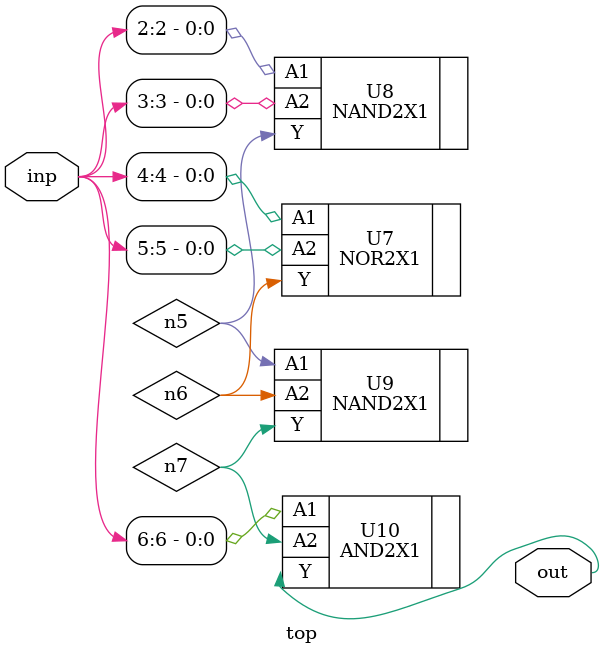
<source format=sv>


module top ( inp, out );
  input [6:0] inp;
  output out;
  wire   n5, n6, n7;

  NOR2X1 U7 ( .A1(inp[4]), .A2(inp[5]), .Y(n6) );
  NAND2X1 U8 ( .A1(inp[2]), .A2(inp[3]), .Y(n5) );
  NAND2X1 U9 ( .A1(n5), .A2(n6), .Y(n7) );
  AND2X1 U10 ( .A1(inp[6]), .A2(n7), .Y(out) );
endmodule


</source>
